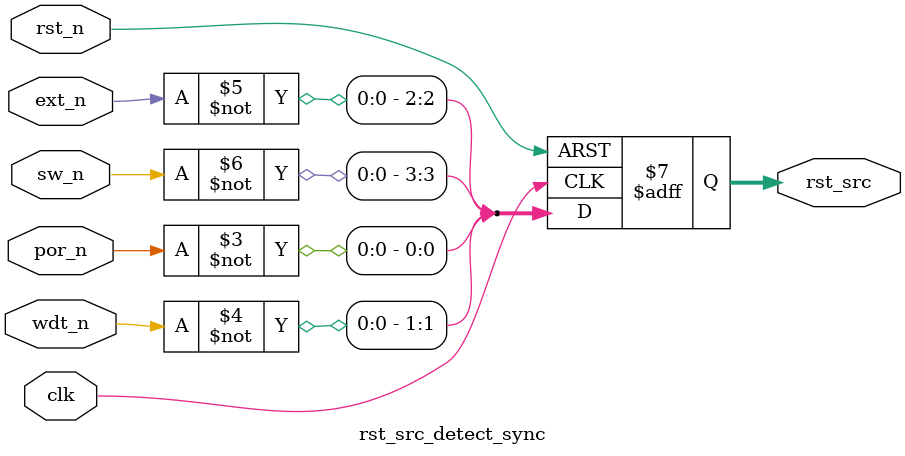
<source format=sv>
module rst_src_detect_sync(
  input wire clk, rst_n,
  input wire por_n, wdt_n, ext_n, sw_n,
  output reg [3:0] rst_src
);
  always @(posedge clk or negedge rst_n) begin
    if (!rst_n) begin
      rst_src <= 4'b0000;
    end else begin
      rst_src[0] <= ~por_n;
      rst_src[1] <= ~wdt_n;
      rst_src[2] <= ~ext_n;
      rst_src[3] <= ~sw_n;
    end
  end
endmodule
</source>
